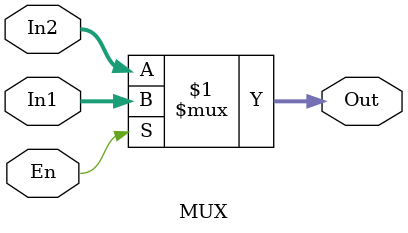
<source format=v>
`timescale 1ns / 1ps

module MUX(
    input En,
    input [31:0] In1,
    input [31:0] In2,
    output [31:0] Out
);

assign Out = En? In1: In2;

endmodule
</source>
